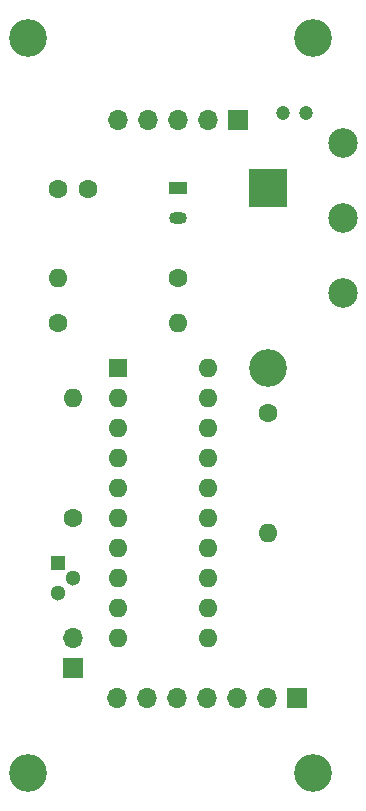
<source format=gbr>
%TF.GenerationSoftware,KiCad,Pcbnew,(6.0.9)*%
%TF.CreationDate,2024-07-08T19:13:13-04:00*%
%TF.ProjectId,PantryLED,50616e74-7279-44c4-9544-2e6b69636164,rev?*%
%TF.SameCoordinates,Original*%
%TF.FileFunction,Soldermask,Top*%
%TF.FilePolarity,Negative*%
%FSLAX46Y46*%
G04 Gerber Fmt 4.6, Leading zero omitted, Abs format (unit mm)*
G04 Created by KiCad (PCBNEW (6.0.9)) date 2024-07-08 19:13:13*
%MOMM*%
%LPD*%
G01*
G04 APERTURE LIST*
%ADD10R,1.700000X1.700000*%
%ADD11O,1.700000X1.700000*%
%ADD12R,3.200000X3.200000*%
%ADD13O,3.200000X3.200000*%
%ADD14C,3.200000*%
%ADD15C,2.500000*%
%ADD16C,1.600000*%
%ADD17O,1.600000X1.600000*%
%ADD18R,1.300000X1.300000*%
%ADD19C,1.300000*%
%ADD20R,1.500000X1.050000*%
%ADD21O,1.500000X1.050000*%
%ADD22C,1.200000*%
%ADD23R,1.600000X1.600000*%
G04 APERTURE END LIST*
D10*
%TO.C,J1*%
X152380000Y-106705000D03*
D11*
X149840000Y-106705000D03*
X147300000Y-106705000D03*
X144760000Y-106705000D03*
X142220000Y-106705000D03*
X139680000Y-106705000D03*
X137140000Y-106705000D03*
%TD*%
D12*
%TO.C,D1*%
X149860000Y-63500000D03*
D13*
X149860000Y-78740000D03*
%TD*%
D14*
%TO.C,H3*%
X129540000Y-113030000D03*
%TD*%
%TO.C,H4*%
X153670000Y-50800000D03*
%TD*%
D10*
%TO.C,D2*%
X133340000Y-104135000D03*
D11*
X133340000Y-101595000D03*
%TD*%
D10*
%TO.C,U1*%
X147340000Y-57740000D03*
D11*
X144800000Y-57740000D03*
X142260000Y-57740000D03*
X139720000Y-57740000D03*
X137180000Y-57740000D03*
%TD*%
D15*
%TO.C,TP3*%
X156210000Y-59690000D03*
%TD*%
%TO.C,TP2*%
X156210000Y-72390000D03*
%TD*%
D16*
%TO.C,R2*%
X149850000Y-82545000D03*
D17*
X149850000Y-92705000D03*
%TD*%
D16*
%TO.C,R1*%
X133340000Y-91435000D03*
D17*
X133340000Y-81275000D03*
%TD*%
D18*
%TO.C,U2*%
X132070000Y-95245000D03*
D19*
X133340000Y-96515000D03*
X132070000Y-97785000D03*
%TD*%
D15*
%TO.C,TP1*%
X156210000Y-66040000D03*
%TD*%
D14*
%TO.C,H1*%
X129540000Y-50800000D03*
%TD*%
%TO.C,H2*%
X153670000Y-113030000D03*
%TD*%
D16*
%TO.C,C2*%
X134620000Y-63620000D03*
X132120000Y-63620000D03*
%TD*%
D20*
%TO.C,L1*%
X142240000Y-63500000D03*
D21*
X142240000Y-66040000D03*
%TD*%
D22*
%TO.C,C1*%
X151130000Y-57150000D03*
X153130000Y-57150000D03*
%TD*%
D16*
%TO.C,R3*%
X142240000Y-71120000D03*
D17*
X132080000Y-71120000D03*
%TD*%
D16*
%TO.C,R4*%
X132080000Y-74930000D03*
D17*
X142240000Y-74930000D03*
%TD*%
D23*
%TO.C,U3*%
X137160000Y-78740000D03*
D17*
X137160000Y-81280000D03*
X137160000Y-83820000D03*
X137160000Y-86360000D03*
X137160000Y-88900000D03*
X137160000Y-91440000D03*
X137160000Y-93980000D03*
X137160000Y-96520000D03*
X137160000Y-99060000D03*
X137160000Y-101600000D03*
X144780000Y-101600000D03*
X144780000Y-99060000D03*
X144780000Y-96520000D03*
X144780000Y-93980000D03*
X144780000Y-91440000D03*
X144780000Y-88900000D03*
X144780000Y-86360000D03*
X144780000Y-83820000D03*
X144780000Y-81280000D03*
X144780000Y-78740000D03*
%TD*%
M02*

</source>
